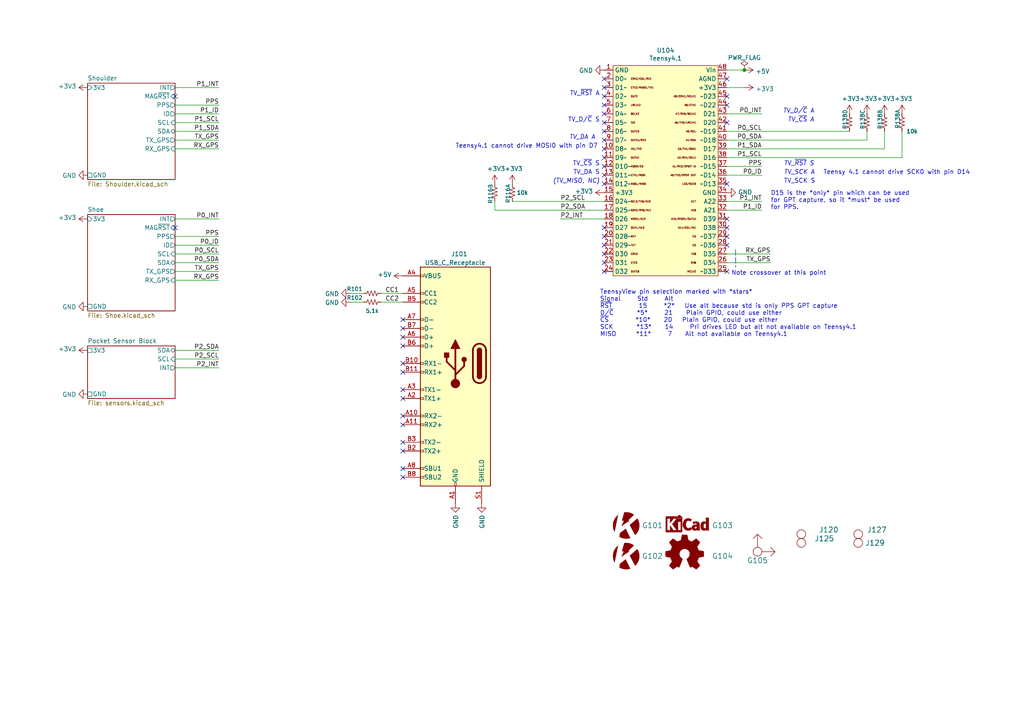
<source format=kicad_sch>
(kicad_sch (version 20211123) (generator eeschema)
  (paper "A4")
  (lib_symbols
    (symbol "Connector:USB_C_Receptacle" (pin_names (offset 1.016))
      (property "Reference" "J" (at -10.16 29.21 0))
      (property "Value" "USB_C_Receptacle" (at 10.16 29.21 0))
      (symbol "USB_C_Receptacle_1_1"
        (pin passive line (at 0 -40.64 90) (length 5.08) (name "GND") (number "A1"))
        (pin bidirectional line (at 15.24 -15.24 180) (length 5.08) (name "RX2-") (number "A10"))
        (pin bidirectional line (at 15.24 -17.78 180) (length 5.08) (name "RX2+") (number "A11"))
        (pin passive line (at 0 -40.64 90) (length 5.08) hide (name "GND") (number "A12"))
        (pin bidirectional line (at 15.24 -10.16 180) (length 5.08) (name "TX1+") (number "A2"))
        (pin bidirectional line (at 15.24 -7.62 180) (length 5.08) (name "TX1-") (number "A3"))
        (pin passive line (at 15.24 25.4 180) (length 5.08) (name "VBUS") (number "A4"))
        (pin bidirectional line (at 15.24 20.32 180) (length 5.08) (name "CC1") (number "A5"))
        (pin bidirectional line (at 15.24 7.62 180) (length 5.08) (name "D+") (number "A6"))
        (pin bidirectional line (at 15.24 12.7 180) (length 5.08) (name "D-") (number "A7"))
        (pin bidirectional line (at 15.24 -30.48 180) (length 5.08) (name "SBU1") (number "A8"))
        (pin passive line (at 15.24 25.4 180) (length 5.08) hide (name "VBUS") (number "A9"))
        (pin passive line (at 0 -40.64 90) (length 5.08) hide (name "GND") (number "B1"))
        (pin bidirectional line (at 15.24 0 180) (length 5.08) (name "RX1-") (number "B10"))
        (pin bidirectional line (at 15.24 -2.54 180) (length 5.08) (name "RX1+") (number "B11"))
        (pin passive line (at 0 -40.64 90) (length 5.08) hide (name "GND") (number "B12"))
        (pin bidirectional line (at 15.24 -25.4 180) (length 5.08) (name "TX2+") (number "B2"))
        (pin bidirectional line (at 15.24 -22.86 180) (length 5.08) (name "TX2-") (number "B3"))
        (pin passive line (at 15.24 25.4 180) (length 5.08) hide (name "VBUS") (number "B4"))
        (pin bidirectional line (at 15.24 17.78 180) (length 5.08) (name "CC2") (number "B5"))
        (pin bidirectional line (at 15.24 5.08 180) (length 5.08) (name "D+") (number "B6"))
        (pin bidirectional line (at 15.24 10.16 180) (length 5.08) (name "D-") (number "B7"))
        (pin bidirectional line (at 15.24 -33.02 180) (length 5.08) (name "SBU2") (number "B8"))
        (pin passive line (at 15.24 25.4 180) (length 5.08) hide (name "VBUS") (number "B9"))
        (pin passive line (at -7.62 -40.64 90) (length 5.08) (name "SHIELD") (number "S1"))
      )
    )
    (symbol "KwanSystems:Axis" (in_bom no)
      (property "Value" "Axis" (at 0 -2.54 0))
    )
    (symbol "KwanSystems:DesignedWithKicad" (pin_names (offset 1.016)) (in_bom no)
      (property "Value" "DesignedWithKicad" (at 3.81 -2.54 0))
    )
    (symbol "KwanSystems:KwanSystems" (pin_names (offset 1.016)) (in_bom no)
      (property "Value" "KwanSystems" (at 0 -5.08 0))
    )
    (symbol "KwanSystems:OSHW" (pin_names (offset 1.016)) (in_bom no)
      (property "Value" "OSHW" (at 10.16 1.27 0))
    )
    (symbol "KwanSystems:RESISTOR" (pin_numbers hide) (pin_names (offset 1.016) hide)
      (property "Reference" "R" (at -1.27 1.27 0))
      (property "Value" "RESISTOR" (at -1.27 -2.54 0))
      (symbol "RESISTOR_1_1"
        (pin passive line (at -2.54 0 0) (length 0.9906) (name "1") (number "1"))
        (pin passive line (at 2.54 0 180) (length 0.9906) (name "2") (number "2"))
      )
    )
    (symbol "KwanSystems:RP2" (pin_numbers hide) (pin_names (offset 0) hide)
      (property "Reference" "R" (at -1.27 1.27 0))
      (property "Value" "RP2" (at -1.27 -2.54 0))
      (symbol "RP2_1_1"
        (pin passive line (at -2.54 0 0) (length 0.9906) (name "4") (number "1"))
        (pin passive line (at 2.54 0 180) (length 0.9906) (name "3") (number "4"))
      )
      (symbol "RP2_2_1"
        (pin passive line (at -2.54 0 0) (length 0.9906) (name "4") (number "2"))
        (pin passive line (at 2.54 0 180) (length 0.9906) (name "3") (number "3"))
      )
    )
    (symbol "KwanSystems:RP4" (pin_numbers hide) (pin_names (offset 0) hide)
      (property "Reference" "R" (at -1.27 1.27 0))
      (property "Value" "RP4" (at -1.27 -2.54 0))
      (symbol "RP4_1_1"
        (pin passive line (at -2.54 0 0) (length 0.9906) (name "4") (number "1"))
        (pin passive line (at 2.54 0 180) (length 0.9906) (name "5") (number "8"))
      )
      (symbol "RP4_2_1"
        (pin passive line (at -2.54 0 0) (length 0.9906) (name "4") (number "2"))
        (pin passive line (at 2.54 0 180) (length 0.9906) (name "5") (number "7"))
      )
      (symbol "RP4_3_1"
        (pin passive line (at -2.54 0 0) (length 0.9906) (name "4") (number "3"))
        (pin passive line (at 2.54 0 180) (length 0.9906) (name "5") (number "6"))
      )
      (symbol "RP4_4_1"
        (pin passive line (at -2.54 0 0) (length 0.9906) (name "4") (number "4"))
        (pin passive line (at 2.54 0 180) (length 0.9906) (name "5") (number "5"))
      )
    )
    (symbol "KwanSystems:STANDOFF" (pin_names (offset 1.016)) (in_bom no)
      (property "Reference" "J" (at 0 3.81 0))
      (property "Value" "STANDOFF" (at 0 -3.81 0))
    )
    (symbol "KwanSystems:Teensy4.1"
      (property "Reference" "U" (at -15.24 33.02 0))
      (property "Value" "Teensy4.1" (at 15.24 -30.48 0))
      (symbol "Teensy4.1_0_0"
        (text "A0/TX3/SPDIF OUT" (at 8.89 0 0) (effects (font (size 0.508 0.508)) (justify right)))
        (text "A1/RX3/SPDIF IN" (at 8.89 2.54 0) (effects (font (size 0.508 0.508)) (justify right)))
        (text "A14/CS1/IN1" (at 8.89 -15.24 0) (effects (font (size 0.508 0.508)) (justify right)))
        (text "A15/MISO1/OUT1A" (at 8.89 -12.7 0) (effects (font (size 0.508 0.508)) (justify right)))
        (text "A16" (at 8.89 -10.16 0) (effects (font (size 0.508 0.508)) (justify right)))
        (text "A17" (at 8.89 -7.62 0) (effects (font (size 0.508 0.508)) (justify right)))
        (text "A2/RX4/SCL1" (at 8.89 5.08 0) (effects (font (size 0.508 0.508)) (justify right)))
        (text "A3/TX4/SDA1" (at 8.89 7.62 0) (effects (font (size 0.508 0.508)) (justify right)))
        (text "A4/SDA" (at 8.89 10.16 0) (effects (font (size 0.508 0.508)) (justify right)))
        (text "A5/SCL" (at 8.89 12.7 0) (effects (font (size 0.508 0.508)) (justify right)))
        (text "A6/TX5/LRCLK1" (at 8.89 15.24 0) (effects (font (size 0.508 0.508)) (justify right)))
        (text "A7/RX5/BCLK1" (at 8.89 17.78 0) (effects (font (size 0.508 0.508)) (justify right)))
        (text "A8/CTX1" (at 8.89 20.32 0) (effects (font (size 0.508 0.508)) (justify right)))
        (text "A9/CRX1/MCLK1" (at 8.89 22.86 0) (effects (font (size 0.508 0.508)) (justify right)))
        (text "BCLK2" (at -10.16 17.78 0) (effects (font (size 0.508 0.508)) (justify left)))
        (text "CRX2/CS1/RX1" (at -10.16 27.94 0) (effects (font (size 0.508 0.508)) (justify left)))
        (text "CRX3" (at -10.16 -22.86 0) (effects (font (size 0.508 0.508)) (justify left)))
        (text "CS" (at 8.89 -20.32 0) (effects (font (size 0.508 0.508)) (justify right)))
        (text "CS" (at 8.89 -17.78 0) (effects (font (size 0.508 0.508)) (justify right)))
        (text "CTX1/MOSI" (at -10.16 0 0) (effects (font (size 0.508 0.508)) (justify left)))
        (text "CTX2/MISO1/TX1" (at -10.16 25.4 0) (effects (font (size 0.508 0.508)) (justify left)))
        (text "CTX3" (at -10.16 -25.4 0) (effects (font (size 0.508 0.508)) (justify left)))
        (text "IN1/TX2" (at -10.16 7.62 0) (effects (font (size 0.508 0.508)) (justify left)))
        (text "IN2" (at -10.16 15.24 0) (effects (font (size 0.508 0.508)) (justify left)))
        (text "LED/SCK0" (at 8.89 -2.54 0) (effects (font (size 0.508 0.508)) (justify right)))
        (text "LRCLK2" (at -10.16 20.32 0) (effects (font (size 0.508 0.508)) (justify left)))
        (text "MCLK2" (at 8.89 -27.94 0) (effects (font (size 0.508 0.508)) (justify right)))
        (text "MOSI1/A12" (at -10.16 -12.7 0) (effects (font (size 0.508 0.508)) (justify left)))
        (text "MQSL/MISO" (at -10.16 -2.54 0) (effects (font (size 0.508 0.508)) (justify left)))
        (text "MQSR/CS" (at -10.16 2.54 0) (effects (font (size 0.508 0.508)) (justify left)))
        (text "OUT1A/RX2" (at -10.16 10.16 0) (effects (font (size 0.508 0.508)) (justify left)))
        (text "OUT1B" (at -10.16 -27.94 0) (effects (font (size 0.508 0.508)) (justify left)))
        (text "OUT1C" (at -10.16 5.08 0) (effects (font (size 0.508 0.508)) (justify left)))
        (text "OUT1D" (at -10.16 12.7 0) (effects (font (size 0.508 0.508)) (justify left)))
        (text "OUT2" (at -10.16 22.86 0) (effects (font (size 0.508 0.508)) (justify left)))
        (text "RX7" (at -10.16 -17.78 0) (effects (font (size 0.508 0.508)) (justify left)))
        (text "RX8" (at 8.89 -25.4 0) (effects (font (size 0.508 0.508)) (justify right)))
        (text "SCK1/A13" (at -10.16 -15.24 0) (effects (font (size 0.508 0.508)) (justify left)))
        (text "SCL2/TX6/A10" (at -10.16 -7.62 0) (effects (font (size 0.508 0.508)) (justify left)))
        (text "SDA2/RX6/A11" (at -10.16 -10.16 0) (effects (font (size 0.508 0.508)) (justify left)))
        (text "TX7" (at -10.16 -20.32 0) (effects (font (size 0.508 0.508)) (justify left)))
        (text "TX8" (at 8.89 -22.86 0) (effects (font (size 0.508 0.508)) (justify right)))
      )
      (symbol "Teensy4.1_1_1"
        (pin passive line (at -17.78 30.48 0) (length 2.54) (name "GND") (number "1"))
        (pin bidirectional line (at -17.78 7.62 0) (length 2.54) (name "D8~") (number "10"))
        (pin bidirectional line (at -17.78 5.08 0) (length 2.54) (name "D9~") (number "11"))
        (pin bidirectional line (at -17.78 2.54 0) (length 2.54) (name "D10~") (number "12"))
        (pin bidirectional line (at -17.78 0 0) (length 2.54) (name "D11~") (number "13"))
        (pin bidirectional line (at -17.78 -2.54 0) (length 2.54) (name "D12~") (number "14"))
        (pin passive line (at -17.78 -5.08 0) (length 2.54) (name "+3V3") (number "15"))
        (pin bidirectional line (at -17.78 -7.62 0) (length 2.54) (name "D24~") (number "16"))
        (pin bidirectional line (at -17.78 -10.16 0) (length 2.54) (name "D25~") (number "17"))
        (pin bidirectional line (at -17.78 -12.7 0) (length 2.54) (name "D26") (number "18"))
        (pin bidirectional line (at -17.78 -15.24 0) (length 2.54) (name "D27") (number "19"))
        (pin bidirectional line (at -17.78 27.94 0) (length 2.54) (name "D0~") (number "2"))
        (pin bidirectional line (at -17.78 -17.78 0) (length 2.54) (name "D28~") (number "20"))
        (pin bidirectional line (at -17.78 -20.32 0) (length 2.54) (name "D29~") (number "21"))
        (pin bidirectional line (at -17.78 -22.86 0) (length 2.54) (name "D30") (number "22"))
        (pin bidirectional line (at -17.78 -25.4 0) (length 2.54) (name "D31") (number "23"))
        (pin bidirectional line (at -17.78 -27.94 0) (length 2.54) (name "D32") (number "24"))
        (pin bidirectional line (at 17.78 -27.94 180) (length 2.54) (name "~D33") (number "25"))
        (pin bidirectional line (at 17.78 -25.4 180) (length 2.54) (name "D34") (number "26"))
        (pin bidirectional line (at 17.78 -22.86 180) (length 2.54) (name "D35") (number "27"))
        (pin bidirectional line (at 17.78 -20.32 180) (length 2.54) (name "~D36") (number "28"))
        (pin bidirectional line (at 17.78 -17.78 180) (length 2.54) (name "~D37") (number "29"))
        (pin bidirectional line (at -17.78 25.4 0) (length 2.54) (name "D1~") (number "3"))
        (pin bidirectional line (at 17.78 -15.24 180) (length 2.54) (name "D38") (number "30"))
        (pin bidirectional line (at 17.78 -12.7 180) (length 2.54) (name "D39") (number "31"))
        (pin bidirectional line (at 17.78 -10.16 180) (length 2.54) (name "A21") (number "32"))
        (pin bidirectional line (at 17.78 -7.62 180) (length 2.54) (name "A22") (number "33"))
        (pin power_out line (at 17.78 -5.08 180) (length 2.54) (name "GND") (number "34"))
        (pin bidirectional line (at 17.78 -2.54 180) (length 2.54) (name "~D13") (number "35"))
        (pin bidirectional line (at 17.78 0 180) (length 2.54) (name "~D14") (number "36"))
        (pin bidirectional line (at 17.78 2.54 180) (length 2.54) (name "~D15") (number "37"))
        (pin bidirectional line (at 17.78 5.08 180) (length 2.54) (name "D16") (number "38"))
        (pin bidirectional line (at 17.78 7.62 180) (length 2.54) (name "D17") (number "39"))
        (pin bidirectional line (at -17.78 22.86 0) (length 2.54) (name "D2~") (number "4"))
        (pin bidirectional line (at 17.78 10.16 180) (length 2.54) (name "~D18") (number "40"))
        (pin bidirectional line (at 17.78 12.7 180) (length 2.54) (name "~D19") (number "41"))
        (pin bidirectional line (at 17.78 15.24 180) (length 2.54) (name "D20") (number "42"))
        (pin bidirectional line (at 17.78 17.78 180) (length 2.54) (name "D21") (number "43"))
        (pin bidirectional line (at 17.78 20.32 180) (length 2.54) (name "~D22") (number "44"))
        (pin bidirectional line (at 17.78 22.86 180) (length 2.54) (name "~D23") (number "45"))
        (pin power_out line (at 17.78 25.4 180) (length 2.54) (name "+3V3") (number "46"))
        (pin passive line (at 17.78 27.94 180) (length 2.54) (name "AGND") (number "47"))
        (pin bidirectional line (at 17.78 30.48 180) (length 2.54) (name "Vin") (number "48"))
        (pin bidirectional line (at -17.78 20.32 0) (length 2.54) (name "D3~") (number "5"))
        (pin bidirectional line (at -17.78 17.78 0) (length 2.54) (name "D4~") (number "6"))
        (pin bidirectional line (at -17.78 15.24 0) (length 2.54) (name "D5~") (number "7"))
        (pin bidirectional line (at -17.78 12.7 0) (length 2.54) (name "D6~") (number "8"))
        (pin bidirectional line (at -17.78 10.16 0) (length 2.54) (name "D7~") (number "9"))
      )
    )
    (symbol "STANDOFF_1" (pin_names (offset 1.016)) (in_bom no)
      (property "Reference" "J" (at 0 3.81 0))
      (property "Value" "STANDOFF_1" (at 0 -3.81 0))
    )
    (symbol "STANDOFF_2" (pin_names (offset 1.016)) (in_bom no)
      (property "Reference" "J" (at 0 3.81 0))
      (property "Value" "STANDOFF_2" (at 0 -3.81 0))
    )
    (symbol "STANDOFF_3" (pin_names (offset 1.016)) (in_bom no)
      (property "Reference" "J" (at 0 3.81 0))
      (property "Value" "STANDOFF_3" (at 0 -3.81 0))
    )
    (symbol "power:+3V3" (power) (pin_names (offset 0))
      (property "Value" "+3V3" (at 0 3.556 0))
      (symbol "+3V3_1_1"
        (pin power_in line (at 0 0 90) (length 0) hide (name "+3V3") (number "1"))
      )
    )
    (symbol "power:+5V" (power) (pin_names (offset 0))
      (property "Value" "+5V" (at 0 3.556 0))
      (symbol "+5V_1_1"
        (pin power_in line (at 0 0 90) (length 0) hide (name "+5V") (number "1"))
      )
    )
    (symbol "power:GND" (power) (pin_names (offset 0))
      (property "Value" "GND" (at 0 -3.81 0))
      (symbol "GND_1_1"
        (pin power_in line (at 0 0 270) (length 0) hide (name "GND") (number "1"))
      )
    )
    (symbol "power:PWR_FLAG" (power) (pin_numbers hide) (pin_names (offset 0) hide)
      (property "Value" "PWR_FLAG" (at 0 3.81 0))
      (symbol "PWR_FLAG_0_0"
        (pin power_out line (at 0 0 90) (length 0) (name "pwr") (number "1"))
      )
    )
  )
  (junction (at 215.9 20.32))
  (no_connect (at 210.82 68.58))
  (no_connect (at 175.26 33.02))
  (no_connect (at 175.26 76.2))
  (no_connect (at 210.82 22.86))
  (no_connect (at 116.84 115.57))
  (no_connect (at 175.26 43.18))
  (no_connect (at 175.26 25.4))
  (no_connect (at 50.8 66.04))
  (no_connect (at 116.84 95.25))
  (no_connect (at 175.26 48.26))
  (no_connect (at 175.26 78.74))
  (no_connect (at 210.82 66.04))
  (no_connect (at 175.26 22.86))
  (no_connect (at 175.26 35.56))
  (no_connect (at 175.26 50.8))
  (no_connect (at 175.26 40.64))
  (no_connect (at 175.26 30.48))
  (no_connect (at 175.26 53.34))
  (no_connect (at 210.82 78.74))
  (no_connect (at 175.26 45.72))
  (no_connect (at 175.26 66.04))
  (no_connect (at 210.82 35.56))
  (no_connect (at 210.82 71.12))
  (no_connect (at 175.26 68.58))
  (no_connect (at 210.82 63.5))
  (no_connect (at 50.8 27.94))
  (no_connect (at 175.26 71.12))
  (no_connect (at 210.82 53.34))
  (no_connect (at 210.82 27.94))
  (no_connect (at 175.26 27.94))
  (no_connect (at 116.84 100.33))
  (no_connect (at 116.84 92.71))
  (no_connect (at 116.84 97.79))
  (no_connect (at 116.84 105.41))
  (no_connect (at 116.84 107.95))
  (no_connect (at 116.84 113.03))
  (no_connect (at 116.84 120.65))
  (no_connect (at 116.84 123.19))
  (no_connect (at 116.84 128.27))
  (no_connect (at 116.84 130.81))
  (no_connect (at 116.84 135.89))
  (no_connect (at 116.84 138.43))
  (no_connect (at 210.82 30.48))
  (no_connect (at 175.26 38.1))
  (no_connect (at 175.26 73.66))
  (wire (pts (xy 50.8 40.64) (xy 63.5 40.64)))
  (wire (pts (xy 50.8 81.28) (xy 63.5 81.28)))
  (wire (pts (xy 50.8 63.5) (xy 63.5 63.5)))
  (wire (pts (xy 210.82 45.72) (xy 261.62 45.72)))
  (polyline (pts (xy 213.36 72.39) (xy 213.36 77.47)))
  (wire (pts (xy 50.8 101.6) (xy 63.5 101.6)))
  (wire (pts (xy 210.82 33.02) (xy 220.98 33.02)))
  (wire (pts (xy 223.52 76.2) (xy 210.82 76.2)))
  (wire (pts (xy 175.26 58.42) (xy 148.59 58.42)))
  (wire (pts (xy 50.8 30.48) (xy 63.5 30.48)))
  (wire (pts (xy 223.52 73.66) (xy 210.82 73.66)))
  (wire (pts (xy 110.49 87.63) (xy 116.84 87.63)))
  (wire (pts (xy 50.8 106.68) (xy 63.5 106.68)))
  (wire (pts (xy 50.8 38.1) (xy 63.5 38.1)))
  (wire (pts (xy 210.82 48.26) (xy 220.98 48.26)))
  (wire (pts (xy 110.49 85.09) (xy 116.84 85.09)))
  (wire (pts (xy 261.62 45.72) (xy 261.62 38.1)))
  (wire (pts (xy 220.98 58.42) (xy 210.82 58.42)))
  (wire (pts (xy 101.6 87.63) (xy 105.41 87.63)))
  (wire (pts (xy 210.82 25.4) (xy 215.9 25.4)))
  (wire (pts (xy 50.8 43.18) (xy 63.5 43.18)))
  (wire (pts (xy 101.6 85.09) (xy 105.41 85.09)))
  (wire (pts (xy 143.51 60.96) (xy 175.26 60.96)))
  (wire (pts (xy 50.8 33.02) (xy 63.5 33.02)))
  (wire (pts (xy 50.8 78.74) (xy 63.5 78.74)))
  (wire (pts (xy 210.82 38.1) (xy 246.38 38.1)))
  (wire (pts (xy 256.54 43.18) (xy 256.54 38.1)))
  (wire (pts (xy 220.98 50.8) (xy 210.82 50.8)))
  (wire (pts (xy 215.9 20.32) (xy 210.82 20.32)))
  (wire (pts (xy 210.82 43.18) (xy 256.54 43.18)))
  (wire (pts (xy 175.26 63.5) (xy 162.56 63.5)))
  (wire (pts (xy 50.8 35.56) (xy 63.5 35.56)))
  (wire (pts (xy 251.46 40.64) (xy 251.46 38.1)))
  (wire (pts (xy 220.98 60.96) (xy 210.82 60.96)))
  (wire (pts (xy 143.51 60.96) (xy 143.51 58.42)))
  (wire (pts (xy 50.8 68.58) (xy 63.5 68.58)))
  (wire (pts (xy 50.8 76.2) (xy 63.5 76.2)))
  (wire (pts (xy 210.82 40.64) (xy 251.46 40.64)))
  (wire (pts (xy 50.8 104.14) (xy 63.5 104.14)))
  (wire (pts (xy 50.8 25.4) (xy 63.5 25.4)))
  (wire (pts (xy 50.8 71.12) (xy 63.5 71.12)))
  (wire (pts (xy 50.8 73.66) (xy 63.5 73.66)))
  (text "TV_~{RST} S" (at 227.33 48.26 0) (effects (font (size 1.27 1.27) italic) (justify left bottom)))
  (text "TV_SCK A" (at 227.33 50.8 0) (effects (font (size 1.27 1.27) italic) (justify left bottom)))
  (text "TV_~{RST} A" (at 173.99 27.94 180) (effects (font (size 1.27 1.27)) (justify right bottom)))
  (text "TeensyView pin selection marked with *stars*\nSignal     Std     Alt    \n~{RST}        15     *2*   Use alt because std is only PPS GPT capture\nD/~{C}       *5*     21    Plain GPIO, could use either\n~{CS}        *10*    20   Plain GPIO, could use either\nSCK       *13*    14     Pri drives LED but alt not available on Teensy4.1\nMISO      *11*     7    Alt not available on Teensy4.1" (at 173.99 97.79 0) (effects (font (size 1.27 1.27)) (justify left bottom)))
  (text "(TV_MISO, NC)" (at 173.99 53.34 180) (effects (font (size 1.27 1.27) italic) (justify right bottom)))
  (text "Teensy 4.1 cannot drive SCK0 with pin D14" (at 238.76 50.8 0) (effects (font (size 1.27 1.27)) (justify left bottom)))
  (text "TV_D/~{C} A" (at 236.22 33.02 180) (effects (font (size 1.27 1.27) italic) (justify right bottom)))
  (text "Teensy4.1 cannot drive MOSI0 with pin D7" (at 132.08 43.18 0) (effects (font (size 1.27 1.27)) (justify left bottom)))
  (text "TV_D/~{C} S" (at 173.99 35.56 180) (effects (font (size 1.27 1.27)) (justify right bottom)))
  (text "TV_~{CS} A" (at 236.22 35.56 180) (effects (font (size 1.27 1.27) italic) (justify right bottom)))
  (text "D15 is the *only* pin which can be used\nfor GPT capture, so it *must* be used\nfor PPS." (at 223.52 60.96 0) (effects (font (size 1.27 1.27)) (justify left bottom)))
  (text "TV_DA S\n" (at 173.99 50.8 180) (effects (font (size 1.27 1.27)) (justify right bottom)))
  (text "TV_~{CS} S" (at 173.99 48.26 180) (effects (font (size 1.27 1.27)) (justify right bottom)))
  (text "TV_SCK S" (at 227.33 53.34 0) (effects (font (size 1.27 1.27)) (justify left bottom)))
  (text "Note crossover at this point" (at 212.09 80.01 0) (effects (font (size 1.27 1.27)) (justify left bottom)))
  (text "TV_DA A\n" (at 172.72 40.64 180) (effects (font (size 1.27 1.27) italic) (justify right bottom)))
  (label "P0_SDA" (at 63.5 76.2 180))
  (label "P2_INT" (at 63.5 106.68 180))
  (label "P0_SCL" (at 220.98 38.1 180))
  (label "TX_GPS" (at 63.5 40.64 180))
  (label "P1_INT" (at 220.98 58.42 180))
  (label "CC2" (at 111.76 87.63 0))
  (label "P2_INT" (at 162.56 63.5 0))
  (label "P1_ID" (at 220.98 60.96 180))
  (label "P1_SCL" (at 63.5 35.56 180))
  (label "P0_ID" (at 63.5 71.12 180))
  (label "P1_ID" (at 63.5 33.02 180))
  (label "P2_SCL" (at 162.56 58.42 0))
  (label "P0_SDA" (at 220.98 40.64 180))
  (label "P1_SDA" (at 220.98 43.18 180))
  (label "PPS" (at 220.98 48.26 180))
  (label "PPS" (at 63.5 30.48 180))
  (label "P0_INT" (at 220.98 33.02 180))
  (label "P2_SCL" (at 63.5 104.14 180))
  (label "P1_SDA" (at 63.5 38.1 180))
  (label "P1_SCL" (at 220.98 45.72 180))
  (label "RX_GPS" (at 63.5 81.28 180))
  (label "P0_SCL" (at 63.5 73.66 180))
  (label "P2_SDA" (at 63.5 101.6 180))
  (label "TX_GPS" (at 63.5 78.74 180))
  (label "TX_GPS" (at 223.52 76.2 180))
  (label "RX_GPS" (at 63.5 43.18 180))
  (label "RX_GPS" (at 223.52 73.66 180))
  (label "P0_ID" (at 220.98 50.8 180))
  (label "P1_INT" (at 63.5 25.4 180))
  (label "PPS" (at 63.5 68.58 180))
  (label "P0_INT" (at 63.5 63.5 180))
  (label "P2_SDA" (at 162.56 60.96 0))
  (label "CC1" (at 111.76 85.09 0))
  (symbol (lib_id "KwanSystems:DesignedWithKicad") (at 199.39 153.67 0) (unit 1) (in_bom no)
    (property "Reference" "G103" (at 209.55 152.4 0) (effects (font (size 1.524 1.524))))
    (property "Value" "DesignedWithKicad" (effects hide))
    (property "Footprint" "KwanSystems:Symbol_KiCAD-Logo_CopperAndSilkScreenTop_small" (effects hide))
  )
  (symbol (lib_name "STANDOFF_1") (lib_id "KwanSystems:STANDOFF") (at 248.92 154.94 0) (unit 1) (in_bom no)
    (property "Reference" "J127" (at 251.46 153.67 0) (effects (font (size 1.524 1.524)) (justify left)))
    (property "Value" "STANDOFF" (effects hide))
    (property "Footprint" "KwanSystems:STANDOFF_NONPLATED" (effects hide))
  )
  (symbol (lib_id "power:+3V3") (at 175.26 55.88 90) (unit 1)
    (property "Reference" "#PWR0113" (effects hide))
    (property "Value" "+3V3" (at 172.0088 55.499 90) (effects (justify left)))
  )
  (symbol (lib_id "power:+3V3") (at 261.62 33.02 0) (unit 1)
    (property "Reference" "#PWR0105" (effects hide))
    (property "Value" "+3V3" (at 262.001 28.6258 0))
  )
  (symbol (lib_id "power:+3V3") (at 143.51 53.34 0) (unit 1)
    (property "Reference" "#PWR0108" (effects hide))
    (property "Value" "+3V3" (at 143.891 48.9458 0))
  )
  (symbol (lib_id "KwanSystems:KwanSystems") (at 181.61 152.4 0) (unit 1) (in_bom no)
    (property "Reference" "G101" (at 189.23 152.4 0) (effects (font (size 1.524 1.524))))
    (property "Value" "KwanSystems" (effects hide))
    (property "Footprint" "KwanSystems:StKwansSoldermask" (effects hide))
  )
  (symbol (lib_id "power:GND") (at 25.4 114.3 270) (unit 1)
    (property "Reference" "#PWR0117" (effects hide))
    (property "Value" "GND" (at 22.1488 114.427 90) (effects (justify right)))
  )
  (symbol (lib_id "power:+5V") (at 215.9 20.32 270) (unit 1)
    (property "Reference" "#PWR0103" (effects hide))
    (property "Value" "+5V" (at 219.1512 20.701 90) (effects (justify left)))
  )
  (symbol (lib_id "power:+5V") (at 116.84 80.01 90) (unit 1)
    (property "Reference" "#PWR0118" (effects hide))
    (property "Value" "+5V" (at 113.5888 79.629 90) (effects (justify left)))
  )
  (symbol (lib_id "power:GND") (at 210.82 55.88 90) (unit 1)
    (property "Reference" "#PWR0101" (effects hide))
    (property "Value" "GND" (at 214.0712 55.753 90) (effects (justify right)))
  )
  (symbol (lib_id "KwanSystems:Axis") (at 219.71 160.02 0) (unit 1) (in_bom no)
    (property "Reference" "G105" (at 219.71 162.56 0) (effects (font (size 1.524 1.524))))
    (property "Value" "Axis" (effects hide))
    (property "Footprint" "KwanSystems:Axis" (effects hide))
  )
  (symbol (lib_id "KwanSystems:RP4") (at 256.54 35.56 90) (unit 2)
    (property "Reference" "R138" (at 255.27 31.75 0) (effects (font (size 1.143 1.143)) (justify right)))
    (property "Value" "10k" (at 262.89 38.1 90) (effects (font (size 1.143 1.143)) (justify right)))
    (property "Footprint" "KwanSystems:R_Array_Convex_4x0402" (effects hide))
    (property "Digikey" "741C083103JPCT-ND" (effects hide))
    (property "Purpose" "I2C bus pullup" (effects hide))
  )
  (symbol (lib_id "KwanSystems:RP4") (at 246.38 35.56 90) (unit 4)
    (property "Reference" "R138" (at 245.11 31.75 0) (effects (font (size 1.143 1.143)) (justify right)))
    (property "Value" "10k" (at 262.89 38.1 90) (effects (font (size 1.143 1.143)) (justify right)))
    (property "Footprint" "KwanSystems:R_Array_Convex_4x0402" (effects hide))
    (property "Digikey" "741C083103JPCT-ND" (effects hide))
    (property "Purpose" "I2C bus pullup" (effects hide))
  )
  (symbol (lib_id "power:+3V3") (at 25.4 63.5 90) (unit 1)
    (property "Reference" "#PWR0114" (effects hide))
    (property "Value" "+3V3" (at 22.1488 63.119 90) (effects (justify left)))
  )
  (symbol (lib_id "KwanSystems:Teensy4.1") (at 193.04 50.8 0) (unit 1)
    (property "Reference" "U104" (at 193.04 14.605 0))
    (property "Value" "Teensy4.1" (at 193.04 16.9164 0))
    (property "Footprint" "KwanSystems:Teensy2x24" (effects hide))
    (property "Digikey" "1568-DEV-16771-ND" (effects hide))
    (property "Purpose" "Microcontroller" (effects hide))
  )
  (symbol (lib_id "power:+3V3") (at 25.4 101.6 90) (unit 1)
    (property "Reference" "#PWR0116" (effects hide))
    (property "Value" "+3V3" (at 22.1488 101.219 90) (effects (justify left)))
  )
  (symbol (lib_id "power:PWR_FLAG") (at 215.9 20.32 0) (unit 1)
    (property "Reference" "#FLG0101" (effects hide))
    (property "Value" "PWR_FLAG" (at 215.9 16.7155 0))
  )
  (symbol (lib_id "KwanSystems:KwanSystems") (at 181.61 161.29 0) (unit 1) (in_bom no)
    (property "Reference" "G102" (at 189.23 161.29 0) (effects (font (size 1.524 1.524))))
    (property "Value" "KwanSystems" (effects hide))
    (property "Footprint" "KwanSystems:StKwansSoldermask" (effects hide))
  )
  (symbol (lib_id "power:+3V3") (at 25.4 25.4 90) (unit 1)
    (property "Reference" "#PWR0110" (effects hide))
    (property "Value" "+3V3" (at 22.1488 25.019 90) (effects (justify left)))
  )
  (symbol (lib_id "KwanSystems:RESISTOR") (at 107.95 85.09 0) (unit 1)
    (property "Reference" "R101" (at 102.87 83.82 0) (effects (font (size 1.143 1.143))))
    (property "Value" "5.1k" (at 107.95 90.17 0) (effects (font (size 1.143 1.143))))
    (property "Footprint" "Resistor_SMD:R_0402_1005Metric" (effects hide))
    (property "Purpose" "CC Marker" (effects hide))
    (property "Digikey" "CC marker" (effects hide))
  )
  (symbol (lib_id "power:GND") (at 25.4 50.8 270) (unit 1)
    (property "Reference" "#PWR0111" (effects hide))
    (property "Value" "GND" (at 22.1488 50.927 90) (effects (justify right)))
  )
  (symbol (lib_name "STANDOFF_2") (lib_id "KwanSystems:STANDOFF") (at 232.41 157.48 0) (unit 1) (in_bom no)
    (property "Reference" "J125" (at 236.22 156.21 0) (effects (font (size 1.524 1.524)) (justify left)))
    (property "Value" "STANDOFF" (effects hide))
    (property "Footprint" "KwanSystems:STANDOFF_NONPLATED" (effects hide))
  )
  (symbol (lib_id "power:GND") (at 139.7 146.05 0) (unit 1)
    (property "Reference" "#PWR0120" (effects hide))
    (property "Value" "GND" (at 139.827 149.3012 90) (effects (justify right)))
  )
  (symbol (lib_id "KwanSystems:RP4") (at 261.62 35.56 90) (unit 1)
    (property "Reference" "R138" (at 260.35 31.75 0) (effects (font (size 1.143 1.143)) (justify right)))
    (property "Value" "10k" (at 262.89 38.1 90) (effects (font (size 1.143 1.143)) (justify right)))
    (property "Footprint" "KwanSystems:R_Array_Convex_4x0402" (effects hide))
    (property "Digikey" "741C083103JPCT-ND" (effects hide))
    (property "Purpose" "I2C bus pullup" (effects hide))
  )
  (symbol (lib_id "KwanSystems:RP2") (at 143.51 55.88 90) (unit 2)
    (property "Reference" "R116" (at 142.24 53.34 0) (effects (font (size 1.143 1.143)) (justify right)))
    (property "Value" "10k" (at 149.86 55.88 90) (effects (font (size 1.143 1.143)) (justify right)))
    (property "Footprint" "KwanSystems:R_Array_Convex_2x0402" (effects hide))
    (property "Digikey" "742C043103JPCT-ND" (effects hide))
    (property "Purpose" "I2C bus pullup" (effects hide))
  )
  (symbol (lib_id "KwanSystems:RP4") (at 251.46 35.56 90) (unit 3)
    (property "Reference" "R138" (at 250.19 31.75 0) (effects (font (size 1.143 1.143)) (justify right)))
    (property "Value" "10k" (at 262.89 38.1 90) (effects (font (size 1.143 1.143)) (justify right)))
    (property "Footprint" "KwanSystems:R_Array_Convex_4x0402" (effects hide))
    (property "Digikey" "741C083103JPCT-ND" (effects hide))
    (property "Purpose" "I2C bus pullup" (effects hide))
  )
  (symbol (lib_id "KwanSystems:OSHW") (at 198.12 161.29 0) (unit 1) (in_bom no)
    (property "Reference" "G104" (at 209.55 161.29 0) (effects (font (size 1.524 1.524))))
    (property "Value" "OSHW" (effects hide))
    (property "Footprint" "KwanSystems:OSHW-Symbol_6.7x6mm_SolderMask" (effects hide))
  )
  (symbol (lib_id "power:+3V3") (at 251.46 33.02 0) (unit 1)
    (property "Reference" "#PWR0107" (effects hide))
    (property "Value" "+3V3" (at 251.841 28.6258 0))
  )
  (symbol (lib_id "Connector:USB_C_Receptacle") (at 132.08 105.41 0) (mirror y) (unit 1)
    (property "Reference" "J101" (at 130.81 73.66 0) (effects (justify right)))
    (property "Value" "USB_C_Receptacle" (at 123.19 76.2 0) (effects (justify right)))
    (property "Footprint" "KwanSystems:USB_C_Amphenol_MidMount" (effects hide))
    (property "Datasheet" "https://www.usb.org/sites/default/files/documents/usb_type-c.zip" (effects hide))
    (property "Purpose" "Pocket board USB+ connector" (effects hide))
    (property "Digikey" "WM12856CT-ND" (effects hide))
  )
  (symbol (lib_id "KwanSystems:RESISTOR") (at 107.95 87.63 0) (unit 1)
    (property "Reference" "R102" (at 102.87 86.36 0) (effects (font (size 1.143 1.143))))
    (property "Value" "5.1k" (at 107.95 90.17 0) (effects (font (size 1.143 1.143))))
    (property "Footprint" "Resistor_SMD:R_0402_1005Metric" (effects hide))
    (property "Purpose" "CC Marker" (effects hide))
    (property "Digikey" "CC marker" (effects hide))
  )
  (symbol (lib_id "power:GND") (at 101.6 87.63 270) (unit 1)
    (property "Reference" "#PWR0122" (effects hide))
    (property "Value" "GND" (at 98.3488 87.757 90) (effects (justify right)))
  )
  (symbol (lib_id "KwanSystems:STANDOFF") (at 232.41 154.94 0) (unit 1) (in_bom no)
    (property "Reference" "J120" (at 237.49 153.67 0) (effects (font (size 1.524 1.524)) (justify left)))
    (property "Value" "STANDOFF" (effects hide))
    (property "Footprint" "KwanSystems:STANDOFF_NONPLATED" (effects hide))
  )
  (symbol (lib_id "power:GND") (at 132.08 146.05 0) (unit 1)
    (property "Reference" "#PWR0119" (effects hide))
    (property "Value" "GND" (at 132.207 149.3012 90) (effects (justify right)))
  )
  (symbol (lib_name "STANDOFF_3") (lib_id "KwanSystems:STANDOFF") (at 248.92 157.48 0) (unit 1) (in_bom no)
    (property "Reference" "J129" (at 250.9012 157.48 0) (effects (font (size 1.524 1.524)) (justify left)))
    (property "Value" "STANDOFF" (effects hide))
    (property "Footprint" "KwanSystems:STANDOFF_NONPLATED" (effects hide))
  )
  (symbol (lib_id "KwanSystems:RP2") (at 148.59 55.88 90) (unit 1)
    (property "Reference" "R116" (at 147.32 53.34 0) (effects (font (size 1.143 1.143)) (justify right)))
    (property "Value" "10k" (at 149.86 55.88 90) (effects (font (size 1.143 1.143)) (justify right)))
    (property "Footprint" "KwanSystems:R_Array_Convex_2x0402" (effects hide))
    (property "Digikey" "742C043103JPCT-ND" (effects hide))
    (property "Purpose" "I2C bus pullup" (effects hide))
  )
  (symbol (lib_id "power:GND") (at 175.26 20.32 270) (unit 1)
    (property "Reference" "#PWR0109" (effects hide))
    (property "Value" "GND" (at 172.0088 20.447 90) (effects (justify right)))
  )
  (symbol (lib_id "power:GND") (at 101.6 85.09 270) (unit 1)
    (property "Reference" "#PWR0121" (effects hide))
    (property "Value" "GND" (at 98.3488 85.217 90) (effects (justify right)))
  )
  (symbol (lib_id "power:+3V3") (at 256.54 33.02 0) (unit 1)
    (property "Reference" "#PWR0104" (effects hide))
    (property "Value" "+3V3" (at 256.921 28.6258 0))
  )
  (symbol (lib_id "power:+3V3") (at 148.59 53.34 0) (unit 1)
    (property "Reference" "#PWR0112" (effects hide))
    (property "Value" "+3V3" (at 148.971 48.9458 0))
  )
  (symbol (lib_id "power:+3V3") (at 246.38 33.02 0) (unit 1)
    (property "Reference" "#PWR0106" (effects hide))
    (property "Value" "+3V3" (at 246.761 28.6258 0))
  )
  (symbol (lib_id "power:+3V3") (at 215.9 25.4 270) (unit 1)
    (property "Reference" "#PWR0102" (effects hide))
    (property "Value" "+3V3" (at 219.1512 25.781 90) (effects (justify left)))
  )
  (symbol (lib_id "power:GND") (at 25.4 88.9 270) (unit 1)
    (property "Reference" "#PWR0115" (effects hide))
    (property "Value" "GND" (at 22.1488 89.027 90) (effects (justify right)))
  )
  (sheet (at 25.4 62.23) (size 25.4 27.94) (stroke (width 0.1524))
    (property "Sheet name" "Shoe" (at 25.4 61.5184 0) (effects (justify left bottom)))
    (property "Sheet file" "Shoe.kicad_sch" (at 25.4 90.7546 0) (effects (justify left top)))
    (pin "PPS" output (at 50.8 68.58 0))
    (pin "INT" output (at 50.8 63.5 0))
    (pin "MAG~{RST}" input (at 50.8 66.04 0))
    (pin "ID" output (at 50.8 71.12 0))
    (pin "GND" passive (at 25.4 88.9 180))
    (pin "3V3" input (at 25.4 63.5 180))
    (pin "SCL" input (at 50.8 73.66 0))
    (pin "SDA" bidirectional (at 50.8 76.2 0))
    (pin "RX_GPS" input (at 50.8 81.28 0))
    (pin "TX_GPS" output (at 50.8 78.74 0))
  )
  (sheet (at 25.4 100.33) (size 25.4 15.24) (stroke (width 0.1524))
    (property "Sheet name" "Pocket Sensor Block" (at 25.4 99.6184 0) (effects (justify left bottom)))
    (property "Sheet file" "sensors.kicad_sch" (at 25.4 116.1546 0) (effects (justify left top)))
    (pin "GND" passive (at 25.4 114.3 180))
    (pin "SCL" input (at 50.8 104.14 0))
    (pin "SDA" bidirectional (at 50.8 101.6 0))
    (pin "3V3" passive (at 25.4 101.6 180))
    (pin "INT" output (at 50.8 106.68 0))
  )
  (sheet (at 25.4 24.13) (size 25.4 27.94) (stroke (width 0.1524))
    (property "Sheet name" "Shoulder" (at 25.4 23.4184 0) (effects (justify left bottom)))
    (property "Sheet file" "Shoulder.kicad_sch" (at 25.4 52.6546 0) (effects (justify left top)))
    (pin "PPS" output (at 50.8 30.48 0))
    (pin "INT" output (at 50.8 25.4 0))
    (pin "MAG~{RST}" input (at 50.8 27.94 0))
    (pin "ID" output (at 50.8 33.02 0))
    (pin "GND" passive (at 25.4 50.8 180))
    (pin "3V3" input (at 25.4 25.4 180))
    (pin "SCL" input (at 50.8 35.56 0))
    (pin "SDA" bidirectional (at 50.8 38.1 0))
    (pin "TX_GPS" output (at 50.8 40.64 0))
    (pin "RX_GPS" input (at 50.8 43.18 0))
  )
)
</source>
